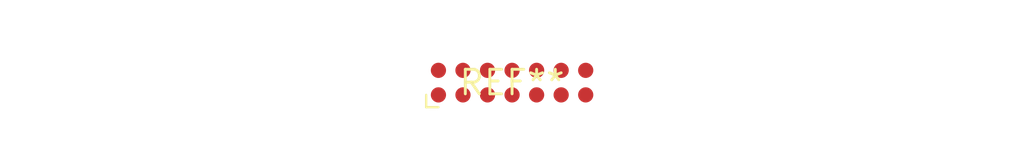
<source format=kicad_pcb>
(kicad_pcb (version 20240108) (generator pcbnew)
  (layers (0 "F.Cu" signal) (31 "B.Cu" signal) (34 "B.Paste" user) (35 "F.Paste" user) (36 "B.SilkS" user "B.Silkscreen") (37 "F.SilkS" user "F.Silkscreen") (38 "B.Mask" user) (39 "F.Mask" user) (44 "Edge.Cuts" user))
  (net 0 "")
  (footprint "Tag-Connect_TC2070-IDC-FP_2x07_P1.27mm_Vertical" (layer "F.Cu") (at 0 0)
    (property "Reference" "REF**")
    (property "Value" "Tag-Connect_TC2070-IDC-FP_2x07_P1.27mm_Vertical")
    (fp_line (start -4.445 0.635) (end -4.445 1.27) (layer "F.SilkS") (stroke (width 0.12)))
    (fp_line (start -4.445 1.27) (end -3.81 1.27) (layer "F.SilkS") (stroke (width 0.12)))
    (pad "" np_thru_hole circle (at -5.08 -2.54) (size 2.3749 2.3749) (drill 2.3749) (layers *.Cu *.Mask))
    (pad "" np_thru_hole circle (at -5.08 0) (size 0.9906 0.9906) (drill 0.9906) (layers *.Cu *.Mask))
    (pad "" np_thru_hole circle (at -5.08 2.54) (size 2.3749 2.3749) (drill 2.3749) (layers *.Cu *.Mask))
    (pad "" np_thru_hole circle (at 3.175 -2.54) (size 2.3749 2.3749) (drill 2.3749) (layers *.Cu *.Mask))
    (pad "" np_thru_hole circle (at 3.175 2.54) (size 2.3749 2.3749) (drill 2.3749) (layers *.Cu *.Mask))
    (pad "" np_thru_hole circle (at 5.08 -1.016) (size 0.9906 0.9906) (drill 0.9906) (layers *.Cu *.Mask))
    (pad "" np_thru_hole circle (at 5.08 1.016) (size 0.9906 0.9906) (drill 0.9906) (layers *.Cu *.Mask))
    (pad "1" connect circle (at -3.81 0.635) (size 0.7874 0.7874) (layers "F.Cu" "F.Mask"))
    (pad "2" connect circle (at -2.54 0.635) (size 0.7874 0.7874) (layers "F.Cu" "F.Mask"))
    (pad "3" connect circle (at -1.27 0.635) (size 0.7874 0.7874) (layers "F.Cu" "F.Mask"))
    (pad "4" connect circle (at 0 0.635) (size 0.7874 0.7874) (layers "F.Cu" "F.Mask"))
    (pad "5" connect circle (at 1.27 0.635) (size 0.7874 0.7874) (layers "F.Cu" "F.Mask"))
    (pad "6" connect circle (at 2.54 0.635) (size 0.7874 0.7874) (layers "F.Cu" "F.Mask"))
    (pad "7" connect circle (at 3.81 0.635) (size 0.7874 0.7874) (layers "F.Cu" "F.Mask"))
    (pad "8" connect circle (at 3.81 -0.635) (size 0.7874 0.7874) (layers "F.Cu" "F.Mask"))
    (pad "9" connect circle (at 2.54 -0.635) (size 0.7874 0.7874) (layers "F.Cu" "F.Mask"))
    (pad "10" connect circle (at 1.27 -0.635) (size 0.7874 0.7874) (layers "F.Cu" "F.Mask"))
    (pad "11" connect circle (at 0 -0.635) (size 0.7874 0.7874) (layers "F.Cu" "F.Mask"))
    (pad "12" connect circle (at -1.27 -0.635) (size 0.7874 0.7874) (layers "F.Cu" "F.Mask"))
    (pad "13" connect circle (at -2.54 -0.635) (size 0.7874 0.7874) (layers "F.Cu" "F.Mask"))
    (pad "14" connect circle (at -3.81 -0.635) (size 0.7874 0.7874) (layers "F.Cu" "F.Mask"))
  )
)
</source>
